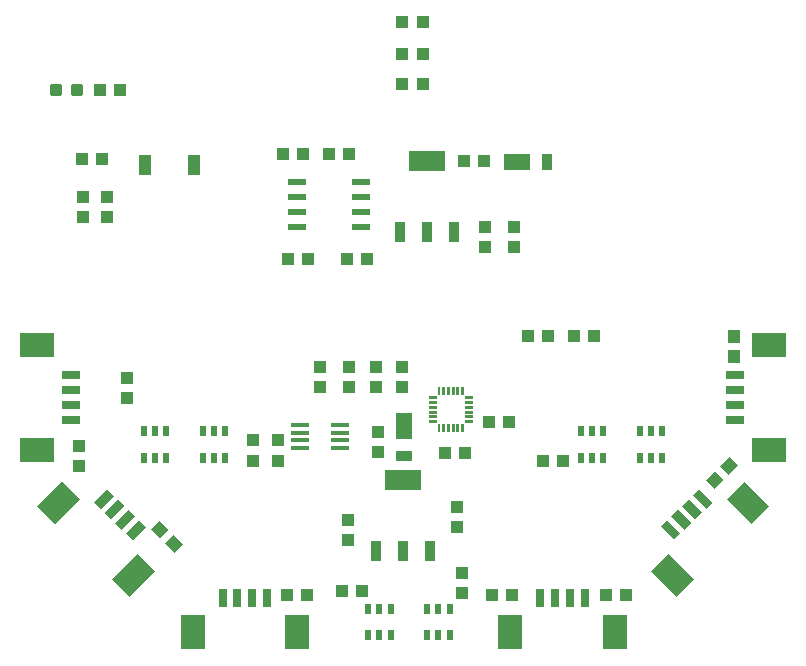
<source format=gbr>
G04 EAGLE Gerber RS-274X export*
G75*
%MOMM*%
%FSLAX34Y34*%
%LPD*%
%INSolderpaste Top*%
%IPPOS*%
%AMOC8*
5,1,8,0,0,1.08239X$1,22.5*%
G01*
%ADD10R,1.000000X1.100000*%
%ADD11R,1.100000X1.000000*%
%ADD12R,0.850800X1.761200*%
%ADD13R,3.150800X1.761200*%
%ADD14C,0.055000*%
%ADD15R,1.600000X0.300000*%
%ADD16R,1.550000X0.600000*%
%ADD17R,2.100000X3.000000*%
%ADD18R,0.800000X1.600000*%
%ADD19R,1.600000X0.800000*%
%ADD20R,3.000000X2.100000*%
%ADD21R,0.600000X0.950000*%
%ADD22R,1.140000X1.780000*%
%ADD23R,0.900000X1.400000*%
%ADD24R,2.200000X1.400000*%
%ADD25R,1.400000X0.900000*%
%ADD26R,1.400000X2.200000*%
%ADD27C,0.300000*%


D10*
X63000Y166500D03*
X63000Y183500D03*
D11*
X308500Y166000D03*
X325500Y166000D03*
X206500Y538000D03*
X189500Y538000D03*
D12*
X167000Y89750D03*
X190000Y89750D03*
X213000Y89750D03*
D13*
X190000Y150250D03*
D12*
X187000Y359750D03*
X210000Y359750D03*
X233000Y359750D03*
D13*
X210000Y420250D03*
D11*
X-64500Y422000D03*
X-81500Y422000D03*
D10*
X259000Y364500D03*
X259000Y347500D03*
D11*
X241500Y420000D03*
X258500Y420000D03*
D10*
X236000Y110500D03*
X236000Y127500D03*
X143000Y116500D03*
X143000Y99500D03*
X144000Y228500D03*
X144000Y245500D03*
X120000Y228500D03*
X120000Y245500D03*
D11*
X225500Y173000D03*
X242500Y173000D03*
X262500Y199000D03*
X279500Y199000D03*
D10*
X169000Y190500D03*
X169000Y173500D03*
D14*
X211625Y219175D02*
X217475Y219175D01*
X211625Y219175D02*
X211625Y220825D01*
X217475Y220825D01*
X217475Y219175D01*
X217475Y219697D02*
X211625Y219697D01*
X211625Y220219D02*
X217475Y220219D01*
X217475Y220741D02*
X211625Y220741D01*
X211625Y215175D02*
X217475Y215175D01*
X211625Y215175D02*
X211625Y216825D01*
X217475Y216825D01*
X217475Y215175D01*
X217475Y215697D02*
X211625Y215697D01*
X211625Y216219D02*
X217475Y216219D01*
X217475Y216741D02*
X211625Y216741D01*
X211625Y211175D02*
X217475Y211175D01*
X211625Y211175D02*
X211625Y212825D01*
X217475Y212825D01*
X217475Y211175D01*
X217475Y211697D02*
X211625Y211697D01*
X211625Y212219D02*
X217475Y212219D01*
X217475Y212741D02*
X211625Y212741D01*
X211625Y207175D02*
X217475Y207175D01*
X211625Y207175D02*
X211625Y208825D01*
X217475Y208825D01*
X217475Y207175D01*
X217475Y207697D02*
X211625Y207697D01*
X211625Y208219D02*
X217475Y208219D01*
X217475Y208741D02*
X211625Y208741D01*
X211625Y203175D02*
X217475Y203175D01*
X211625Y203175D02*
X211625Y204825D01*
X217475Y204825D01*
X217475Y203175D01*
X217475Y203697D02*
X211625Y203697D01*
X211625Y204219D02*
X217475Y204219D01*
X217475Y204741D02*
X211625Y204741D01*
X211625Y199175D02*
X217475Y199175D01*
X211625Y199175D02*
X211625Y200825D01*
X217475Y200825D01*
X217475Y199175D01*
X217475Y199697D02*
X211625Y199697D01*
X211625Y200219D02*
X217475Y200219D01*
X217475Y200741D02*
X211625Y200741D01*
X220825Y197475D02*
X220825Y191625D01*
X219175Y191625D01*
X219175Y197475D01*
X220825Y197475D01*
X220825Y192147D02*
X219175Y192147D01*
X219175Y192669D02*
X220825Y192669D01*
X220825Y193191D02*
X219175Y193191D01*
X219175Y193713D02*
X220825Y193713D01*
X220825Y194235D02*
X219175Y194235D01*
X219175Y194757D02*
X220825Y194757D01*
X220825Y195279D02*
X219175Y195279D01*
X219175Y195801D02*
X220825Y195801D01*
X220825Y196323D02*
X219175Y196323D01*
X219175Y196845D02*
X220825Y196845D01*
X220825Y197367D02*
X219175Y197367D01*
X224825Y197475D02*
X224825Y191625D01*
X223175Y191625D01*
X223175Y197475D01*
X224825Y197475D01*
X224825Y192147D02*
X223175Y192147D01*
X223175Y192669D02*
X224825Y192669D01*
X224825Y193191D02*
X223175Y193191D01*
X223175Y193713D02*
X224825Y193713D01*
X224825Y194235D02*
X223175Y194235D01*
X223175Y194757D02*
X224825Y194757D01*
X224825Y195279D02*
X223175Y195279D01*
X223175Y195801D02*
X224825Y195801D01*
X224825Y196323D02*
X223175Y196323D01*
X223175Y196845D02*
X224825Y196845D01*
X224825Y197367D02*
X223175Y197367D01*
X228825Y197475D02*
X228825Y191625D01*
X227175Y191625D01*
X227175Y197475D01*
X228825Y197475D01*
X228825Y192147D02*
X227175Y192147D01*
X227175Y192669D02*
X228825Y192669D01*
X228825Y193191D02*
X227175Y193191D01*
X227175Y193713D02*
X228825Y193713D01*
X228825Y194235D02*
X227175Y194235D01*
X227175Y194757D02*
X228825Y194757D01*
X228825Y195279D02*
X227175Y195279D01*
X227175Y195801D02*
X228825Y195801D01*
X228825Y196323D02*
X227175Y196323D01*
X227175Y196845D02*
X228825Y196845D01*
X228825Y197367D02*
X227175Y197367D01*
X232825Y197475D02*
X232825Y191625D01*
X231175Y191625D01*
X231175Y197475D01*
X232825Y197475D01*
X232825Y192147D02*
X231175Y192147D01*
X231175Y192669D02*
X232825Y192669D01*
X232825Y193191D02*
X231175Y193191D01*
X231175Y193713D02*
X232825Y193713D01*
X232825Y194235D02*
X231175Y194235D01*
X231175Y194757D02*
X232825Y194757D01*
X232825Y195279D02*
X231175Y195279D01*
X231175Y195801D02*
X232825Y195801D01*
X232825Y196323D02*
X231175Y196323D01*
X231175Y196845D02*
X232825Y196845D01*
X232825Y197367D02*
X231175Y197367D01*
X236825Y197475D02*
X236825Y191625D01*
X235175Y191625D01*
X235175Y197475D01*
X236825Y197475D01*
X236825Y192147D02*
X235175Y192147D01*
X235175Y192669D02*
X236825Y192669D01*
X236825Y193191D02*
X235175Y193191D01*
X235175Y193713D02*
X236825Y193713D01*
X236825Y194235D02*
X235175Y194235D01*
X235175Y194757D02*
X236825Y194757D01*
X236825Y195279D02*
X235175Y195279D01*
X235175Y195801D02*
X236825Y195801D01*
X236825Y196323D02*
X235175Y196323D01*
X235175Y196845D02*
X236825Y196845D01*
X236825Y197367D02*
X235175Y197367D01*
X240825Y197475D02*
X240825Y191625D01*
X239175Y191625D01*
X239175Y197475D01*
X240825Y197475D01*
X240825Y192147D02*
X239175Y192147D01*
X239175Y192669D02*
X240825Y192669D01*
X240825Y193191D02*
X239175Y193191D01*
X239175Y193713D02*
X240825Y193713D01*
X240825Y194235D02*
X239175Y194235D01*
X239175Y194757D02*
X240825Y194757D01*
X240825Y195279D02*
X239175Y195279D01*
X239175Y195801D02*
X240825Y195801D01*
X240825Y196323D02*
X239175Y196323D01*
X239175Y196845D02*
X240825Y196845D01*
X240825Y197367D02*
X239175Y197367D01*
X242525Y200825D02*
X248375Y200825D01*
X248375Y199175D01*
X242525Y199175D01*
X242525Y200825D01*
X242525Y199697D02*
X248375Y199697D01*
X248375Y200219D02*
X242525Y200219D01*
X242525Y200741D02*
X248375Y200741D01*
X248375Y204825D02*
X242525Y204825D01*
X248375Y204825D02*
X248375Y203175D01*
X242525Y203175D01*
X242525Y204825D01*
X242525Y203697D02*
X248375Y203697D01*
X248375Y204219D02*
X242525Y204219D01*
X242525Y204741D02*
X248375Y204741D01*
X248375Y208825D02*
X242525Y208825D01*
X248375Y208825D02*
X248375Y207175D01*
X242525Y207175D01*
X242525Y208825D01*
X242525Y207697D02*
X248375Y207697D01*
X248375Y208219D02*
X242525Y208219D01*
X242525Y208741D02*
X248375Y208741D01*
X248375Y212825D02*
X242525Y212825D01*
X248375Y212825D02*
X248375Y211175D01*
X242525Y211175D01*
X242525Y212825D01*
X242525Y211697D02*
X248375Y211697D01*
X248375Y212219D02*
X242525Y212219D01*
X242525Y212741D02*
X248375Y212741D01*
X248375Y216825D02*
X242525Y216825D01*
X248375Y216825D02*
X248375Y215175D01*
X242525Y215175D01*
X242525Y216825D01*
X242525Y215697D02*
X248375Y215697D01*
X248375Y216219D02*
X242525Y216219D01*
X242525Y216741D02*
X248375Y216741D01*
X248375Y220825D02*
X242525Y220825D01*
X248375Y220825D02*
X248375Y219175D01*
X242525Y219175D01*
X242525Y220825D01*
X242525Y219697D02*
X248375Y219697D01*
X248375Y220219D02*
X242525Y220219D01*
X242525Y220741D02*
X248375Y220741D01*
X239175Y222525D02*
X239175Y228375D01*
X240825Y228375D01*
X240825Y222525D01*
X239175Y222525D01*
X239175Y223047D02*
X240825Y223047D01*
X240825Y223569D02*
X239175Y223569D01*
X239175Y224091D02*
X240825Y224091D01*
X240825Y224613D02*
X239175Y224613D01*
X239175Y225135D02*
X240825Y225135D01*
X240825Y225657D02*
X239175Y225657D01*
X239175Y226179D02*
X240825Y226179D01*
X240825Y226701D02*
X239175Y226701D01*
X239175Y227223D02*
X240825Y227223D01*
X240825Y227745D02*
X239175Y227745D01*
X239175Y228267D02*
X240825Y228267D01*
X235175Y228375D02*
X235175Y222525D01*
X235175Y228375D02*
X236825Y228375D01*
X236825Y222525D01*
X235175Y222525D01*
X235175Y223047D02*
X236825Y223047D01*
X236825Y223569D02*
X235175Y223569D01*
X235175Y224091D02*
X236825Y224091D01*
X236825Y224613D02*
X235175Y224613D01*
X235175Y225135D02*
X236825Y225135D01*
X236825Y225657D02*
X235175Y225657D01*
X235175Y226179D02*
X236825Y226179D01*
X236825Y226701D02*
X235175Y226701D01*
X235175Y227223D02*
X236825Y227223D01*
X236825Y227745D02*
X235175Y227745D01*
X235175Y228267D02*
X236825Y228267D01*
X231175Y228375D02*
X231175Y222525D01*
X231175Y228375D02*
X232825Y228375D01*
X232825Y222525D01*
X231175Y222525D01*
X231175Y223047D02*
X232825Y223047D01*
X232825Y223569D02*
X231175Y223569D01*
X231175Y224091D02*
X232825Y224091D01*
X232825Y224613D02*
X231175Y224613D01*
X231175Y225135D02*
X232825Y225135D01*
X232825Y225657D02*
X231175Y225657D01*
X231175Y226179D02*
X232825Y226179D01*
X232825Y226701D02*
X231175Y226701D01*
X231175Y227223D02*
X232825Y227223D01*
X232825Y227745D02*
X231175Y227745D01*
X231175Y228267D02*
X232825Y228267D01*
X227175Y228375D02*
X227175Y222525D01*
X227175Y228375D02*
X228825Y228375D01*
X228825Y222525D01*
X227175Y222525D01*
X227175Y223047D02*
X228825Y223047D01*
X228825Y223569D02*
X227175Y223569D01*
X227175Y224091D02*
X228825Y224091D01*
X228825Y224613D02*
X227175Y224613D01*
X227175Y225135D02*
X228825Y225135D01*
X228825Y225657D02*
X227175Y225657D01*
X227175Y226179D02*
X228825Y226179D01*
X228825Y226701D02*
X227175Y226701D01*
X227175Y227223D02*
X228825Y227223D01*
X228825Y227745D02*
X227175Y227745D01*
X227175Y228267D02*
X228825Y228267D01*
X223175Y228375D02*
X223175Y222525D01*
X223175Y228375D02*
X224825Y228375D01*
X224825Y222525D01*
X223175Y222525D01*
X223175Y223047D02*
X224825Y223047D01*
X224825Y223569D02*
X223175Y223569D01*
X223175Y224091D02*
X224825Y224091D01*
X224825Y224613D02*
X223175Y224613D01*
X223175Y225135D02*
X224825Y225135D01*
X224825Y225657D02*
X223175Y225657D01*
X223175Y226179D02*
X224825Y226179D01*
X224825Y226701D02*
X223175Y226701D01*
X223175Y227223D02*
X224825Y227223D01*
X224825Y227745D02*
X223175Y227745D01*
X223175Y228267D02*
X224825Y228267D01*
X219175Y228375D02*
X219175Y222525D01*
X219175Y228375D02*
X220825Y228375D01*
X220825Y222525D01*
X219175Y222525D01*
X219175Y223047D02*
X220825Y223047D01*
X220825Y223569D02*
X219175Y223569D01*
X219175Y224091D02*
X220825Y224091D01*
X220825Y224613D02*
X219175Y224613D01*
X219175Y225135D02*
X220825Y225135D01*
X220825Y225657D02*
X219175Y225657D01*
X219175Y226179D02*
X220825Y226179D01*
X220825Y226701D02*
X219175Y226701D01*
X219175Y227223D02*
X220825Y227223D01*
X220825Y227745D02*
X219175Y227745D01*
X219175Y228267D02*
X220825Y228267D01*
D10*
X284000Y364500D03*
X284000Y347500D03*
X-81000Y389500D03*
X-81000Y372500D03*
X-61000Y389500D03*
X-61000Y372500D03*
D15*
X137000Y177000D03*
X137000Y183500D03*
X137000Y190000D03*
X137000Y196500D03*
X103000Y196500D03*
X103000Y190000D03*
X103000Y183500D03*
X103000Y177000D03*
D10*
X84000Y183500D03*
X84000Y166500D03*
X189000Y228500D03*
X189000Y245500D03*
X167000Y228500D03*
X167000Y245500D03*
D16*
X100000Y402050D03*
X100000Y389350D03*
X100000Y376650D03*
X100000Y363950D03*
X154000Y363950D03*
X154000Y376650D03*
X154000Y389350D03*
X154000Y402050D03*
D11*
X105500Y426000D03*
X88500Y426000D03*
X189500Y511000D03*
X206500Y511000D03*
X144500Y426000D03*
X127500Y426000D03*
X189500Y485000D03*
X206500Y485000D03*
D17*
X11750Y21000D03*
X100250Y21000D03*
D18*
X37250Y50000D03*
X62250Y50000D03*
X49750Y50000D03*
X74750Y50000D03*
D17*
X280750Y21000D03*
X369250Y21000D03*
D18*
X306250Y50000D03*
X331250Y50000D03*
X318750Y50000D03*
X343750Y50000D03*
D17*
G36*
X-104652Y112777D02*
X-119708Y127417D01*
X-98794Y148923D01*
X-83738Y134283D01*
X-104652Y112777D01*
G37*
G36*
X-41206Y51077D02*
X-56262Y65717D01*
X-35348Y87223D01*
X-20292Y72583D01*
X-41206Y51077D01*
G37*
D19*
G36*
X-54780Y136808D02*
X-65933Y125339D01*
X-71668Y130916D01*
X-60515Y142385D01*
X-54780Y136808D01*
G37*
G36*
X-36858Y119379D02*
X-48011Y107910D01*
X-53746Y113487D01*
X-42593Y124956D01*
X-36858Y119379D01*
G37*
G36*
X-45819Y128094D02*
X-56972Y116625D01*
X-62707Y122202D01*
X-51554Y133671D01*
X-45819Y128094D01*
G37*
G36*
X-27896Y110665D02*
X-39049Y99196D01*
X-44784Y104773D01*
X-33631Y116242D01*
X-27896Y110665D01*
G37*
D17*
G36*
X435963Y65838D02*
X420781Y51330D01*
X400055Y73018D01*
X415237Y87526D01*
X435963Y65838D01*
G37*
G36*
X499945Y126982D02*
X484763Y112474D01*
X464037Y134162D01*
X479219Y148670D01*
X499945Y126982D01*
G37*
D19*
G36*
X413774Y116559D02*
X424827Y104992D01*
X419044Y99465D01*
X407991Y111032D01*
X413774Y116559D01*
G37*
G36*
X431848Y133831D02*
X442901Y122264D01*
X437118Y116737D01*
X426065Y128304D01*
X431848Y133831D01*
G37*
G36*
X422811Y125195D02*
X433864Y113628D01*
X428081Y108101D01*
X417028Y119668D01*
X422811Y125195D01*
G37*
G36*
X440885Y142467D02*
X451938Y130900D01*
X446155Y125373D01*
X435102Y136940D01*
X440885Y142467D01*
G37*
D20*
X500000Y175750D03*
X500000Y264250D03*
D19*
X471000Y201250D03*
X471000Y226250D03*
X471000Y213750D03*
X471000Y238750D03*
D20*
X-120000Y264250D03*
X-120000Y175750D03*
D19*
X-91000Y238750D03*
X-91000Y213750D03*
X-91000Y226250D03*
X-91000Y201250D03*
D21*
X-20000Y191250D03*
X-20000Y168750D03*
X-29500Y191250D03*
X-10500Y168750D03*
X-29500Y168750D03*
X-10500Y191250D03*
X400000Y191250D03*
X400000Y168750D03*
X390500Y191250D03*
X409500Y168750D03*
X390500Y168750D03*
X409500Y191250D03*
X30000Y191250D03*
X30000Y168750D03*
X20500Y191250D03*
X39500Y168750D03*
X20500Y168750D03*
X39500Y191250D03*
X350000Y191250D03*
X350000Y168750D03*
X340500Y191250D03*
X359500Y168750D03*
X340500Y168750D03*
X359500Y191250D03*
D11*
G36*
X474973Y259956D02*
X474877Y248957D01*
X464879Y249044D01*
X464975Y260043D01*
X474973Y259956D01*
G37*
G36*
X475121Y276956D02*
X475025Y265957D01*
X465027Y266044D01*
X465123Y277043D01*
X475121Y276956D01*
G37*
G36*
X461414Y150343D02*
X453637Y142566D01*
X446566Y149637D01*
X454343Y157414D01*
X461414Y150343D01*
G37*
G36*
X473434Y162363D02*
X465657Y154586D01*
X458586Y161657D01*
X466363Y169434D01*
X473434Y162363D01*
G37*
D10*
X-84000Y178500D03*
X-84000Y161500D03*
D11*
G36*
X-15657Y100586D02*
X-23434Y108363D01*
X-16363Y115434D01*
X-8586Y107657D01*
X-15657Y100586D01*
G37*
G36*
X-3637Y88566D02*
X-11414Y96343D01*
X-4343Y103414D01*
X3434Y95637D01*
X-3637Y88566D01*
G37*
X361500Y53000D03*
X378500Y53000D03*
X91500Y53000D03*
X108500Y53000D03*
D21*
X220000Y41250D03*
X220000Y18750D03*
X210500Y41250D03*
X229500Y18750D03*
X210500Y18750D03*
X229500Y41250D03*
X170000Y41250D03*
X170000Y18750D03*
X160500Y41250D03*
X179500Y18750D03*
X160500Y18750D03*
X179500Y41250D03*
D22*
X-28900Y417000D03*
X12900Y417000D03*
D11*
X92500Y337000D03*
X109500Y337000D03*
X142500Y337000D03*
X159500Y337000D03*
D10*
X240000Y54500D03*
X240000Y71500D03*
D23*
X312000Y419000D03*
D24*
X286500Y419000D03*
D25*
X191000Y170000D03*
D26*
X191000Y195500D03*
D10*
X-44000Y236500D03*
X-44000Y219500D03*
D11*
X334500Y272000D03*
X351500Y272000D03*
X295500Y272000D03*
X312500Y272000D03*
X282500Y53000D03*
X265500Y53000D03*
X138500Y56000D03*
X155500Y56000D03*
X-66500Y480000D03*
X-49500Y480000D03*
D27*
X-89730Y476500D02*
X-89730Y483500D01*
X-82730Y483500D01*
X-82730Y476500D01*
X-89730Y476500D01*
X-89730Y479350D02*
X-82730Y479350D01*
X-82730Y482200D02*
X-89730Y482200D01*
X-107270Y483500D02*
X-107270Y476500D01*
X-107270Y483500D02*
X-100270Y483500D01*
X-100270Y476500D01*
X-107270Y476500D01*
X-107270Y479350D02*
X-100270Y479350D01*
X-100270Y482200D02*
X-107270Y482200D01*
M02*

</source>
